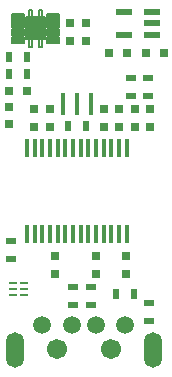
<source format=gts>
G04 #@! TF.GenerationSoftware,KiCad,Pcbnew,(5.1.8)-1*
G04 #@! TF.CreationDate,2021-01-24T13:56:55+09:00*
G04 #@! TF.ProjectId,USB-Audio-PCM2906,5553422d-4175-4646-996f-2d50434d3239,rev?*
G04 #@! TF.SameCoordinates,Original*
G04 #@! TF.FileFunction,Soldermask,Top*
G04 #@! TF.FilePolarity,Negative*
%FSLAX46Y46*%
G04 Gerber Fmt 4.6, Leading zero omitted, Abs format (unit mm)*
G04 Created by KiCad (PCBNEW (5.1.8)-1) date 2021-01-24 13:56:55*
%MOMM*%
%LPD*%
G01*
G04 APERTURE LIST*
%ADD10C,0.152400*%
%ADD11O,1.500000X3.000000*%
%ADD12C,1.701800*%
%ADD13C,1.498600*%
%ADD14R,0.500000X0.900000*%
%ADD15R,0.750000X0.800000*%
%ADD16R,0.800000X0.750000*%
%ADD17R,0.900000X0.500000*%
%ADD18R,0.650000X0.250000*%
%ADD19R,1.350000X0.600000*%
%ADD20R,0.431000X1.639799*%
%ADD21C,0.508000*%
%ADD22R,1.500000X1.750000*%
%ADD23R,0.850000X0.350000*%
%ADD24R,0.400000X1.900000*%
G04 APERTURE END LIST*
D10*
G04 #@! TO.C,U4*
X142430001Y-91080000D02*
X142430001Y-91569999D01*
X142430001Y-91569999D02*
X143419999Y-91569999D01*
X143419999Y-91569999D02*
X143419999Y-91080000D01*
X143419999Y-91080000D02*
X142430001Y-91080000D01*
X142430001Y-91730001D02*
X142430001Y-92220000D01*
X142430001Y-92220000D02*
X143419999Y-92220000D01*
X143419999Y-92220000D02*
X143419999Y-91730001D01*
X143419999Y-91730001D02*
X142430001Y-91730001D01*
X142430001Y-92380000D02*
X142430001Y-92869999D01*
X142430001Y-92869999D02*
X143419999Y-92869999D01*
X143419999Y-92869999D02*
X143419999Y-92380000D01*
X143419999Y-92380000D02*
X142430001Y-92380000D01*
X142430001Y-93030001D02*
X142430001Y-93520000D01*
X142430001Y-93520000D02*
X143419999Y-93520000D01*
X143419999Y-93520000D02*
X143419999Y-93030001D01*
X143419999Y-93030001D02*
X142430001Y-93030001D01*
X145380001Y-93030001D02*
X145380001Y-93520000D01*
X145380001Y-93520000D02*
X146369999Y-93520000D01*
X146369999Y-93520000D02*
X146369999Y-93030001D01*
X146369999Y-93030001D02*
X145380001Y-93030001D01*
X145380001Y-92380000D02*
X145380001Y-92869999D01*
X145380001Y-92869999D02*
X146369999Y-92869999D01*
X146369999Y-92869999D02*
X146369999Y-92380000D01*
X146369999Y-92380000D02*
X145380001Y-92380000D01*
X145380001Y-91730001D02*
X145380001Y-92220000D01*
X145380001Y-92220000D02*
X146369999Y-92220000D01*
X146369999Y-92220000D02*
X146369999Y-91730001D01*
X146369999Y-91730001D02*
X145380001Y-91730001D01*
X145380001Y-91080000D02*
X145380001Y-91569999D01*
X145380001Y-91569999D02*
X146369999Y-91569999D01*
X146369999Y-91569999D02*
X146369999Y-91080000D01*
X146369999Y-91080000D02*
X145380001Y-91080000D01*
X144400000Y-91425000D02*
X144400000Y-91425000D01*
X144400000Y-91425000D02*
X144400000Y-91425000D01*
X144400000Y-91425000D02*
X144400000Y-91425000D01*
X144400000Y-91425000D02*
X144400000Y-91425000D01*
X144400000Y-91425000D02*
X144400000Y-91425000D01*
X144400000Y-91425000D02*
X144400000Y-91425000D01*
X144400000Y-91425000D02*
X144400000Y-91425000D01*
X144400000Y-91425000D02*
X144400000Y-91425000D01*
X144400000Y-93175000D02*
X144400000Y-93175000D01*
X144400000Y-93175000D02*
X144400000Y-93175000D01*
X144400000Y-93175000D02*
X144400000Y-93175000D01*
X144400000Y-93175000D02*
X144400000Y-93175000D01*
X144400000Y-93175000D02*
X144400000Y-93175000D01*
X144400000Y-93175000D02*
X144400000Y-93175000D01*
X144400000Y-93175000D02*
X144400000Y-93175000D01*
X144400000Y-93175000D02*
X144400000Y-93175000D01*
X143853200Y-91425000D02*
X143853200Y-90725000D01*
X143853200Y-90725000D02*
X144083200Y-90725000D01*
X144083200Y-90725000D02*
X144083200Y-91425000D01*
X144083200Y-91425000D02*
X143853200Y-91425000D01*
X144946800Y-91425000D02*
X144946800Y-90725000D01*
X144946800Y-90725000D02*
X144716800Y-90725000D01*
X144716800Y-90725000D02*
X144716800Y-91425000D01*
X144716800Y-91425000D02*
X144946800Y-91425000D01*
X144946800Y-93175000D02*
X144946800Y-93875000D01*
X144946800Y-93875000D02*
X144716800Y-93875000D01*
X144716800Y-93875000D02*
X144716800Y-93175000D01*
X144716800Y-93175000D02*
X144946800Y-93175000D01*
X143853200Y-93175000D02*
X143853200Y-93875000D01*
X143853200Y-93875000D02*
X144083200Y-93875000D01*
X144083200Y-93875000D02*
X144083200Y-93175000D01*
X144083200Y-93175000D02*
X143853200Y-93175000D01*
X143586500Y-91361500D02*
X145213500Y-91361500D01*
X145213500Y-91361500D02*
X145213500Y-91706300D01*
X145213500Y-91706300D02*
X143586500Y-91706300D01*
X143586500Y-91706300D02*
X143586500Y-91361500D01*
X143586500Y-92106300D02*
X145213500Y-92106300D01*
X145213500Y-92106300D02*
X145213500Y-92493700D01*
X145213500Y-92493700D02*
X143586500Y-92493700D01*
X143586500Y-92493700D02*
X143586500Y-92106300D01*
X143586500Y-92893700D02*
X145213500Y-92893700D01*
X145213500Y-92893700D02*
X145213500Y-93238500D01*
X145213500Y-93238500D02*
X143586500Y-93238500D01*
X143586500Y-93238500D02*
X143586500Y-92893700D01*
X143586500Y-91361500D02*
X144200000Y-91361500D01*
X144200000Y-91361500D02*
X144200000Y-93238500D01*
X144200000Y-93238500D02*
X143586500Y-93238500D01*
X143586500Y-93238500D02*
X143586500Y-91361500D01*
X144600000Y-91361500D02*
X145213500Y-91361500D01*
X145213500Y-91361500D02*
X145213500Y-93238500D01*
X145213500Y-93238500D02*
X144600000Y-93238500D01*
X144600000Y-93238500D02*
X144600000Y-91361500D01*
G04 #@! TD*
D11*
G04 #@! TO.C,J1*
X154350000Y-119571994D03*
X142650001Y-119571994D03*
D12*
X150800001Y-119500000D03*
X146200000Y-119500000D03*
D13*
X152000000Y-117400000D03*
X149500001Y-117400000D03*
X147500000Y-117400000D03*
X145000002Y-117400000D03*
G04 #@! TD*
D14*
G04 #@! TO.C,R9*
X143700000Y-96200000D03*
X142200000Y-96200000D03*
G04 #@! TD*
D15*
G04 #@! TO.C,C13*
X142200000Y-98950000D03*
X142200000Y-100450000D03*
G04 #@! TD*
G04 #@! TO.C,C1*
X146100000Y-113100000D03*
X146100000Y-111600000D03*
G04 #@! TD*
G04 #@! TO.C,C2*
X149500000Y-111600000D03*
X149500000Y-113100000D03*
G04 #@! TD*
G04 #@! TO.C,C3*
X152100000Y-113100000D03*
X152100000Y-111600000D03*
G04 #@! TD*
D16*
G04 #@! TO.C,C4*
X153750000Y-94400000D03*
X155250000Y-94400000D03*
G04 #@! TD*
G04 #@! TO.C,C5*
X152150000Y-94400000D03*
X150650000Y-94400000D03*
G04 #@! TD*
D15*
G04 #@! TO.C,C6*
X145600000Y-100650000D03*
X145600000Y-99150000D03*
G04 #@! TD*
G04 #@! TO.C,C7*
X150200000Y-99150000D03*
X150200000Y-100650000D03*
G04 #@! TD*
G04 #@! TO.C,C8*
X151500000Y-99150000D03*
X151500000Y-100650000D03*
G04 #@! TD*
G04 #@! TO.C,C9*
X144300000Y-100650000D03*
X144300000Y-99150000D03*
G04 #@! TD*
G04 #@! TO.C,C10*
X152800000Y-100650000D03*
X152800000Y-99150000D03*
G04 #@! TD*
G04 #@! TO.C,C11*
X154100000Y-100650000D03*
X154100000Y-99150000D03*
G04 #@! TD*
D16*
G04 #@! TO.C,C12*
X142150000Y-97600000D03*
X143650000Y-97600000D03*
G04 #@! TD*
D15*
G04 #@! TO.C,C14*
X147300000Y-93350000D03*
X147300000Y-91850000D03*
G04 #@! TD*
G04 #@! TO.C,C15*
X148700000Y-91850000D03*
X148700000Y-93350000D03*
G04 #@! TD*
D17*
G04 #@! TO.C,F1*
X154000000Y-117050000D03*
X154000000Y-115550000D03*
G04 #@! TD*
G04 #@! TO.C,R1*
X147600000Y-114250000D03*
X147600000Y-115750000D03*
G04 #@! TD*
G04 #@! TO.C,R2*
X149100000Y-115750000D03*
X149100000Y-114250000D03*
G04 #@! TD*
D14*
G04 #@! TO.C,R3*
X151250000Y-114800000D03*
X152750000Y-114800000D03*
G04 #@! TD*
D17*
G04 #@! TO.C,R4*
X142300000Y-111850000D03*
X142300000Y-110350000D03*
G04 #@! TD*
D14*
G04 #@! TO.C,R5*
X148650000Y-100600000D03*
X147150000Y-100600000D03*
G04 #@! TD*
D17*
G04 #@! TO.C,R6*
X152500000Y-96500000D03*
X152500000Y-98000000D03*
G04 #@! TD*
G04 #@! TO.C,R7*
X153900000Y-98000000D03*
X153900000Y-96500000D03*
G04 #@! TD*
D14*
G04 #@! TO.C,R8*
X143700000Y-94700000D03*
X142200000Y-94700000D03*
G04 #@! TD*
D18*
G04 #@! TO.C,U1*
X142525000Y-114900000D03*
X142525000Y-114400000D03*
X142525000Y-113900000D03*
X143475000Y-114900000D03*
X143475000Y-114400000D03*
X143475000Y-113900000D03*
G04 #@! TD*
D19*
G04 #@! TO.C,U2*
X154285000Y-92850000D03*
X154285000Y-91900000D03*
X154285000Y-90950000D03*
X151915000Y-90950000D03*
X151915000Y-92850000D03*
G04 #@! TD*
D20*
G04 #@! TO.C,U3*
X143675000Y-109732200D03*
X144325001Y-109732200D03*
X144975000Y-109732200D03*
X145625001Y-109732200D03*
X146274999Y-109732200D03*
X146925001Y-109732200D03*
X147574999Y-109732200D03*
X148224998Y-109732200D03*
X148874999Y-109732200D03*
X149524998Y-109732200D03*
X150174999Y-109732200D03*
X150824998Y-109732200D03*
X151474999Y-109732200D03*
X152124998Y-109732200D03*
X152125000Y-102467800D03*
X151474999Y-102467800D03*
X150825000Y-102467800D03*
X150174999Y-102467800D03*
X149525001Y-102467800D03*
X148874999Y-102467800D03*
X148225001Y-102467800D03*
X147574999Y-102467800D03*
X146925001Y-102467800D03*
X146274999Y-102467800D03*
X145625001Y-102467800D03*
X144975000Y-102467800D03*
X144325001Y-102467800D03*
X143675000Y-102467800D03*
G04 #@! TD*
D21*
G04 #@! TO.C,U4*
X144400000Y-91906300D03*
X144400000Y-92693700D03*
D22*
X144400000Y-92300000D03*
D23*
X145875001Y-91325001D03*
X145875001Y-91974999D03*
X145875001Y-92625001D03*
X145875001Y-93274999D03*
X142924999Y-93274999D03*
X142924999Y-92625001D03*
X142924999Y-91974999D03*
X142924999Y-91325001D03*
G04 #@! TD*
D24*
G04 #@! TO.C,Y1*
X146700000Y-98700000D03*
X147900000Y-98700000D03*
X149100000Y-98700000D03*
G04 #@! TD*
M02*

</source>
